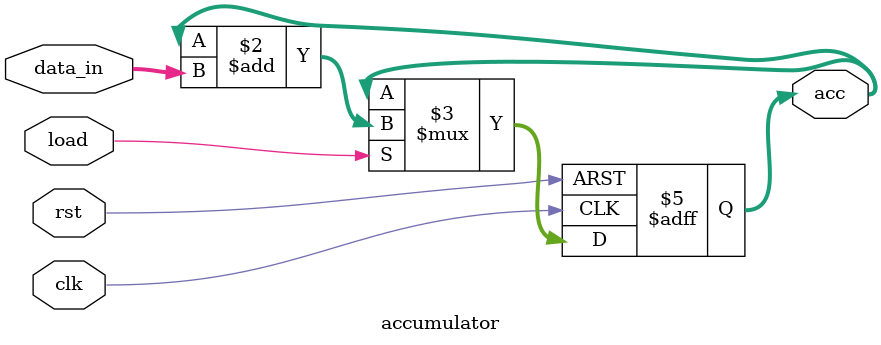
<source format=v>
module accumulator(input clk, input rst, input [7:0] data_in, input load, output reg [7:0] acc);
    always @(posedge clk or posedge rst)
        if (rst) acc <= 0;
        else if (load) acc <= acc + data_in;
endmodule

</source>
